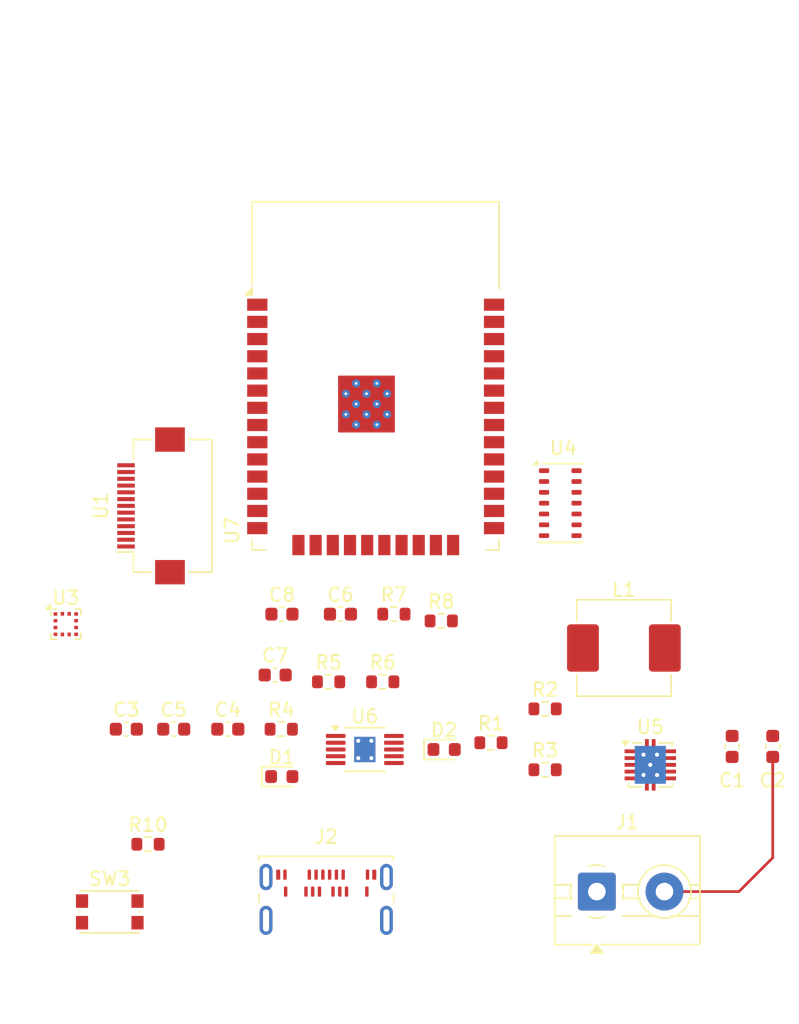
<source format=kicad_pcb>
(kicad_pcb (version 20241229) (generator "pcbnew") (generator_version "9.0")
  (layers (0 "F.Cu" signal) (2 "B.Cu" signal) (13 "F.Paste" user) (15 "B.Paste" user) (5 "F.SilkS" user "F.Silkscreen") (7 "B.SilkS" user "B.Silkscreen") (1 "F.Mask" user) (3 "B.Mask" user) (25 "Edge.Cuts" user))
  (net 0 "")
  (net 1 "V_BAIT")
  (net 2 "GNDD")
  (net 3 "Net-(U5-SS)")
  (net 4 "3.3V_OUT")
  (net 5 "Net-(U6-IN)")
  (net 6 "Net-(D1-A)")
  (net 7 "Net-(D1-K)")
  (net 8 "Net-(D2-A)")
  (net 18 "Net-(L1-Pad2)")
  (net 19 "Net-(U5-FB)")
  (net 20 "Net-(U5-PG)")
  (net 21 "Net-(U6-ISET)")
  (net 22 "Net-(U6-PRETERM)")
  (net 23 "Net-(U6-OUT)")
  (net 24 "TS")
  (net 25 "Net-(U7-EN)")
  (net 26 "+3V3")
  (net 27 "SCL")
  (net 29 "SDA")
  (net 30 "3V3")
  (net 32 "Net-(U4-VLED+-Pad10)")
  (net 42 "D6")
  (net 54 "RX")
  (net 62 "RST")
  (net 64 "SCK")
  (net 65 "MOSI")
  (net 66 "TP_INT")
  (net 67 "TP_RST")
  (net 68 "LCD_CS")
  (net 69 "LCD_BL")
  (net 70 "MISO")
  (net 71 "LCD_DC")
  (net 72 "LCD_RST")
  (footprint "Capacitor_SMD:C_0603_1608Metric" (layer "F.Cu") (at 105.725 122)
    (property "Reference" "C5" (at 0 -1.43 0) (layer "F.SilkS"))
    (property "Value" "22uF")
    (fp_line (start -0.14058 -0.51) (end 0.14058 -0.51) (stroke (width 0.12)) (layer "F.SilkS"))
    (fp_line (start -0.14058 0.51) (end 0.14058 0.51) (stroke (width 0.12)) (layer "F.SilkS"))
    (pad "1" smd roundrect (at -0.775 0) (size 0.9 0.95) (layers "F.Cu" "F.Mask" "F.Paste") (net 4 "3.3V_OUT"))
    (pad "2" smd roundrect (at 0.775 0) (size 0.9 0.95) (layers "F.Cu" "F.Mask" "F.Paste") (net 2 "GNDD"))
  )
  (footprint "Capacitor_SMD:C_0603_1608Metric" (layer "F.Cu") (at 102.225 122)
    (property "Reference" "C3" (at 0 -1.43 0) (layer "F.SilkS"))
    (property "Value" "22uF")
    (fp_line (start -0.14058 -0.51) (end 0.14058 -0.51) (stroke (width 0.12)) (layer "F.SilkS"))
    (fp_line (start -0.14058 0.51) (end 0.14058 0.51) (stroke (width 0.12)) (layer "F.SilkS"))
    (pad "1" smd roundrect (at -0.775 0) (size 0.9 0.95) (layers "F.Cu" "F.Mask" "F.Paste") (net 4 "3.3V_OUT"))
    (pad "2" smd roundrect (at 0.775 0) (size 0.9 0.95) (layers "F.Cu" "F.Mask" "F.Paste") (net 2 "GNDD"))
  )
  (footprint "Package_SON:Texas_S-PVSON-N10_ThermalVias" (layer "F.Cu") (at 140.95 124.635)
    (property "Reference" "U5" (at 0 -2.8 0) (layer "F.SilkS"))
    (property "Value" "TPS61230DRC")
    (fp_line (start -1.625 1.625) (end -1.625 1.4) (stroke (width 0.12)) (layer "F.SilkS"))
    (fp_line (start -1.625 1.625) (end -0.65 1.625) (stroke (width 0.12)) (layer "F.SilkS"))
    (fp_line (start -1.32 -1.625) (end -0.65 -1.625) (stroke (width 0.12)) (layer "F.SilkS"))
    (fp_line (start 0.65 -1.625) (end 1.625 -1.625) (stroke (width 0.12)) (layer "F.SilkS"))
    (fp_line (start 0.65 1.625) (end 1.625 1.625) (stroke (width 0.12)) (layer "F.SilkS"))
    (fp_line (start 1.625 -1.4) (end 1.625 -1.625) (stroke (width 0.12)) (layer "F.SilkS"))
    (fp_line (start 1.625 1.4) (end 1.625 1.625) (stroke (width 0.12)) (layer "F.SilkS"))
    (fp_poly (pts (xy -1.84 -1.42) (xy -2.08 -1.75) (xy -1.6 -1.75) (xy -1.84 -1.42)) (stroke (width 0.12)) (fill yes) (layer "F.SilkS"))
    (pad "1" smd rect (at -1.76 -1) (size 0.28 0.28) (layers "F.Cu" "F.Mask" "F.Paste") (net 18 "Net-(L1-Pad2)"))
    (pad "1" smd oval (at -1.475 -1) (size 0.85 0.28) (layers "F.Cu" "F.Mask" "F.Paste") (net 18 "Net-(L1-Pad2)"))
    (pad "2" smd rect (at -1.76 -0.5) (size 0.28 0.28) (layers "F.Cu" "F.Mask" "F.Paste") (net 18 "Net-(L1-Pad2)"))
    (pad "2" smd oval (at -1.475 -0.5) (size 0.85 0.28) (layers "F.Cu" "F.Mask" "F.Paste") (net 18 "Net-(L1-Pad2)"))
    (pad "3" smd rect (at -1.76 0) (size 0.28 0.28) (layers "F.Cu" "F.Mask" "F.Paste") (net 4 "3.3V_OUT"))
    (pad "3" smd oval (at -1.475 0) (size 0.85 0.28) (layers "F.Cu" "F.Mask" "F.Paste") (net 4 "3.3V_OUT"))
    (pad "4" smd rect (at -1.76 0.5) (size 0.28 0.28) (layers "F.Cu" "F.Mask" "F.Paste") (net 4 "3.3V_OUT"))
    (pad "4" smd oval (at -1.475 0.5) (size 0.85 0.28) (layers "F.Cu" "F.Mask" "F.Paste") (net 4 "3.3V_OUT"))
    (pad "5" smd rect (at -1.76 1) (size 0.28 0.28) (layers "F.Cu" "F.Mask" "F.Paste") (net 20 "Net-(U5-PG)"))
    (pad "5" smd oval (at -1.475 1) (size 0.85 0.28) (layers "F.Cu" "F.Mask" "F.Paste") (net 20 "Net-(U5-PG)"))
    (pad "6" smd oval (at 1.475 1) (size 0.85 0.28) (layers "F.Cu" "F.Mask" "F.Paste") (net 3 "Net-(U5-SS)"))
    (pad "6" smd rect (at 1.76 1) (size 0.28 0.28) (layers "F.Cu" "F.Mask" "F.Paste") (net 3 "Net-(U5-SS)"))
    (pad "7" smd oval (at 1.475 0.5) (size 0.85 0.28) (layers "F.Cu" "F.Mask" "F.Paste") (net 19 "Net-(U5-FB)"))
    (pad "7" smd rect (at 1.76 0.5) (size 0.28 0.28) (layers "F.Cu" "F.Mask" "F.Paste") (net 19 "Net-(U5-FB)"))
    (pad "8" smd oval (at 1.475 0) (size 0.85 0.28) (layers "F.Cu" "F.Mask" "F.Paste"))
    (pad "8" smd rect (at 1.76 0) (size 0.28 0.28) (layers "F.Cu" "F.Mask" "F.Paste"))
    (pad "9" smd oval (at 1.475 -0.5) (size 0.85 0.28) (layers "F.Cu" "F.Mask" "F.Paste") (net 1 "V_BAIT"))
    (pad "9" smd rect (at 1.76 -0.5) (size 0.28 0.28) (layers "F.Cu" "F.Mask" "F.Paste") (net 1 "V_BAIT"))
    (pad "10" smd oval (at 1.475 -1) (size 0.85 0.28) (layers "F.Cu" "F.Mask" "F.Paste") (net 1 "V_BAIT"))
    (pad "10" smd rect (at 1.76 -1) (size 0.28 0.28) (layers "F.Cu" "F.Mask" "F.Paste") (net 1 "V_BAIT"))
    (pad "11" thru_hole circle (at -0.5 -0.75) (size 0.6 0.6) (drill 0.3) (layers "*.Cu" "*.Mask") (net 2 "GNDD"))
    (pad "11" thru_hole circle (at -0.5 0.75) (size 0.6 0.6) (drill 0.3) (layers "*.Cu" "*.Mask") (net 2 "GNDD"))
    (pad "11" smd rect (at -0.45 -0.635) (size 0.68 1.05) (layers "F.Cu" "F.Mask" "F.Paste") (net 2 "GNDD"))
    (pad "11" smd rect (at -0.45 0.635) (size 0.68 1.05) (layers "F.Cu" "F.Mask" "F.Paste") (net 2 "GNDD"))
    (pad "11" smd rect (at -0.25 -1.63) (size 0.26 0.5) (layers "F.Cu" "F.Mask" "F.Paste") (net 2 "GNDD"))
    (pad "11" smd rect (at -0.25 -1.55) (size 0.28 0.7) (layers "F.Cu" "F.Mask") (net 2 "GNDD"))
    (pad "11" smd rect (at -0.25 1.55) (size 0.28 0.7) (layers "F.Cu" "F.Mask") (net 2 "GNDD"))
    (pad "11" smd rect (at -0.25 1.63) (size 0.26 0.5) (layers "F.Cu" "F.Mask" "F.Paste") (net 2 "GNDD"))
    (pad "11" thru_hole circle (at 0 0) (size 0.6 0.6) (drill 0.3) (layers "*.Cu" "*.Mask") (net 2 "GNDD"))
    (pad "11" smd rect (at 0 0) (size 1.65 2.4) (layers "F.Cu" "F.Mask") (net 2 "GNDD"))
    (pad "11" smd rect (at 0 0) (size 2.3 2.8) (layers "B.Cu") (net 2 "GNDD"))
    (pad "11" smd rect (at 0.25 -1.63) (size 0.26 0.5) (layers "F.Cu" "F.Mask" "F.Paste") (net 2 "GNDD"))
    (pad "11" smd rect (at 0.25 -1.55) (size 0.28 0.7) (layers "F.Cu" "F.Mask") (net 2 "GNDD"))
    (pad "11" smd rect (at 0.25 1.55) (size 0.28 0.7) (layers "F.Cu" "F.Mask") (net 2 "GNDD"))
    (pad "11" smd rect (at 0.25 1.63) (size 0.26 0.5) (layers "F.Cu" "F.Mask" "F.Paste") (net 2 "GNDD"))
    (pad "11" smd rect (at 0.45 -0.635) (size 0.68 1.05) (layers "F.Cu" "F.Mask" "F.Paste") (net 2 "GNDD"))
    (pad "11" smd rect (at 0.45 0.635) (size 0.68 1.05) (layers "F.Cu" "F.Mask" "F.Paste") (net 2 "GNDD"))
    (pad "11" thru_hole circle (at 0.5 -0.75) (size 0.6 0.6) (drill 0.3) (layers "*.Cu" "*.Mask") (net 2 "GNDD"))
    (pad "11" thru_hole circle (at 0.5 0.75) (size 0.6 0.6) (drill 0.3) (layers "*.Cu" "*.Mask") (net 2 "GNDD"))
  )
  (footprint "OptoDevice:Maxim_OLGA-14_3.3x5.6mm_P0.8mm" (layer "F.Cu") (at 134.3 105.3)
    (property "Reference" "U4" (at 0.22 -4.07 0) (layer "F.SilkS"))
    (property "Value" "MAX30102")
    (fp_line (start -1.25 -2.92) (end 1.64 -2.92) (stroke (width 0.12)) (layer "F.SilkS"))
    (fp_line (start 1.66 2.9) (end -1.65 2.9) (stroke (width 0.12)) (layer "F.SilkS"))
    (fp_poly (pts (xy -1.69 -2.85) (xy -1.97 -2.85) (xy -1.69 -3.13) (xy -1.69 -2.85)) (stroke (width 0.12)) (fill yes) (layer "F.SilkS"))
    (pad "1" smd roundrect (at -1.2 -2.4) (size 0.75 0.35) (layers "F.Cu" "F.Mask" "F.Paste"))
    (pad "2" smd roundrect (at -1.2 -1.6) (size 0.75 0.35) (layers "F.Cu" "F.Mask" "F.Paste") (net 27 "SCL"))
    (pad "3" smd roundrect (at -1.2 -0.8) (size 0.75 0.35) (layers "F.Cu" "F.Mask" "F.Paste") (net 29 "SDA"))
    (pad "4" smd roundrect (at -1.2 0) (size 0.75 0.35) (layers "F.Cu" "F.Mask" "F.Paste"))
    (pad "5" smd roundrect (at -1.2 0.8) (size 0.75 0.35) (layers "F.Cu" "F.Mask" "F.Paste"))
    (pad "6" smd roundrect (at -1.2 1.6) (size 0.75 0.35) (layers "F.Cu" "F.Mask" "F.Paste"))
    (pad "7" smd roundrect (at -1.2 2.4) (size 0.75 0.35) (layers "F.Cu" "F.Mask" "F.Paste"))
    (pad "8" smd roundrect (at 1.2 2.4) (size 0.75 0.35) (layers "F.Cu" "F.Mask" "F.Paste"))
    (pad "9" smd roundrect (at 1.2 1.6) (size 0.75 0.35) (layers "F.Cu" "F.Mask" "F.Paste") (net 32 "Net-(U4-VLED+-Pad10)"))
    (pad "10" smd roundrect (at 1.2 0.8) (size 0.75 0.35) (layers "F.Cu" "F.Mask" "F.Paste") (net 32 "Net-(U4-VLED+-Pad10)"))
    (pad "11" smd roundrect (at 1.2 0) (size 0.75 0.35) (layers "F.Cu" "F.Mask" "F.Paste") (net 30 "3V3"))
    (pad "12" smd roundrect (at 1.2 -0.8) (size 0.75 0.35) (layers "F.Cu" "F.Mask" "F.Paste") (net 2 "GNDD"))
    (pad "13" smd roundrect (at 1.2 -1.6) (size 0.75 0.35) (layers "F.Cu" "F.Mask" "F.Paste"))
    (pad "14" smd roundrect (at 1.2 -2.4) (size 0.75 0.35) (layers "F.Cu" "F.Mask" "F.Paste"))
  )
  (footprint "Resistor_SMD:R_0603_1608Metric" (layer "F.Cu") (at 117.175 118.5)
    (property "Reference" "R5" (at 0 -1.43 0) (layer "F.SilkS"))
    (property "Value" "2k")
    (fp_line (start -0.237258 -0.5225) (end 0.237258 -0.5225) (stroke (width 0.12)) (layer "F.SilkS"))
    (fp_line (start -0.237258 0.5225) (end 0.237258 0.5225) (stroke (width 0.12)) (layer "F.SilkS"))
    (pad "1" smd roundrect (at -0.825 0) (size 0.8 0.95) (layers "F.Cu" "F.Mask" "F.Paste") (net 22 "Net-(U6-PRETERM)"))
    (pad "2" smd roundrect (at 0.825 0) (size 0.8 0.95) (layers "F.Cu" "F.Mask" "F.Paste") (net 2 "GNDD"))
  )
  (footprint "LED_SMD:LED_0603_1608Metric" (layer "F.Cu") (at 125.7125 123.5)
    (property "Reference" "D2" (at 0 -1.43 0) (layer "F.SilkS"))
    (property "Value" "LED")
    (fp_line (start -1.485 -0.735) (end -1.485 0.735) (stroke (width 0.12)) (layer "F.SilkS"))
    (fp_line (start -1.485 0.735) (end 0.8 0.735) (stroke (width 0.12)) (layer "F.SilkS"))
    (fp_line (start 0.8 -0.735) (end -1.485 -0.735) (stroke (width 0.12)) (layer "F.SilkS"))
    (pad "1" smd roundrect (at -0.7875 0) (size 0.875 0.95) (layers "F.Cu" "F.Mask" "F.Paste") (net 1 "V_BAIT"))
    (pad "2" smd roundrect (at 0.7875 0) (size 0.875 0.95) (layers "F.Cu" "F.Mask" "F.Paste") (net 8 "Net-(D2-A)"))
  )
  (footprint "Capacitor_SMD:C_0603_1608Metric" (layer "F.Cu") (at 113.725 113.5)
    (property "Reference" "C8" (at 0 -1.43 0) (layer "F.SilkS"))
    (property "Value" "100nF")
    (fp_line (start -0.14058 -0.51) (end 0.14058 -0.51) (stroke (width 0.12)) (layer "F.SilkS"))
    (fp_line (start -0.14058 0.51) (end 0.14058 0.51) (stroke (width 0.12)) (layer "F.SilkS"))
    (pad "1" smd roundrect (at -0.775 0) (size 0.9 0.95) (layers "F.Cu" "F.Mask" "F.Paste") (net 4 "3.3V_OUT"))
    (pad "2" smd roundrect (at 0.775 0) (size 0.9 0.95) (layers "F.Cu" "F.Mask" "F.Paste") (net 2 "GNDD"))
  )
  (footprint "Resistor_SMD:R_0603_1608Metric" (layer "F.Cu") (at 122 113.5)
    (property "Reference" "R7" (at 0 -1.43 0) (layer "F.SilkS"))
    (property "Value" "10k")
    (fp_line (start -0.237258 -0.5225) (end 0.237258 -0.5225) (stroke (width 0.12)) (layer "F.SilkS"))
    (fp_line (start -0.237258 0.5225) (end 0.237258 0.5225) (stroke (width 0.12)) (layer "F.SilkS"))
    (pad "1" smd roundrect (at -0.825 0) (size 0.8 0.95) (layers "F.Cu" "F.Mask" "F.Paste") (net 24 "TS"))
    (pad "2" smd roundrect (at 0.825 0) (size 0.8 0.95) (layers "F.Cu" "F.Mask" "F.Paste") (net 2 "GNDD"))
  )
  (footprint "Resistor_SMD:R_0603_1608Metric" (layer "F.Cu") (at 121.175 118.5)
    (property "Reference" "R6" (at 0 -1.43 0) (layer "F.SilkS"))
    (property "Value" "1.5k")
    (fp_line (start -0.237258 -0.5225) (end 0.237258 -0.5225) (stroke (width 0.12)) (layer "F.SilkS"))
    (fp_line (start -0.237258 0.5225) (end 0.237258 0.5225) (stroke (width 0.12)) (layer "F.SilkS"))
    (pad "1" smd roundrect (at -0.825 0) (size 0.8 0.95) (layers "F.Cu" "F.Mask" "F.Paste") (net 6 "Net-(D1-A)"))
    (pad "2" smd roundrect (at 0.825 0) (size 0.8 0.95) (layers "F.Cu" "F.Mask" "F.Paste") (net 23 "Net-(U6-OUT)"))
  )
  (footprint "LED_SMD:LED_0603_1608Metric" (layer "F.Cu") (at 113.7125 125.5)
    (property "Reference" "D1" (at 0 -1.43 0) (layer "F.SilkS"))
    (property "Value" "LED")
    (fp_line (start -1.485 -0.735) (end -1.485 0.735) (stroke (width 0.12)) (layer "F.SilkS"))
    (fp_line (start -1.485 0.735) (end 0.8 0.735) (stroke (width 0.12)) (layer "F.SilkS"))
    (fp_line (start 0.8 -0.735) (end -1.485 -0.735) (stroke (width 0.12)) (layer "F.SilkS"))
    (pad "1" smd roundrect (at -0.7875 0) (size 0.875 0.95) (layers "F.Cu" "F.Mask" "F.Paste") (net 7 "Net-(D1-K)"))
    (pad "2" smd roundrect (at 0.7875 0) (size 0.875 0.95) (layers "F.Cu" "F.Mask" "F.Paste") (net 6 "Net-(D1-A)"))
  )
  (footprint "Resistor_SMD:R_0603_1608Metric" (layer "F.Cu") (at 125.5 114)
    (property "Reference" "R8" (at 0 -1.43 0) (layer "F.SilkS"))
    (property "Value" "1.5k")
    (fp_line (start -0.237258 -0.5225) (end 0.237258 -0.5225) (stroke (width 0.12)) (layer "F.SilkS"))
    (fp_line (start -0.237258 0.5225) (end 0.237258 0.5225) (stroke (width 0.12)) (layer "F.SilkS"))
    (pad "1" smd roundrect (at -0.825 0) (size 0.8 0.95) (layers "F.Cu" "F.Mask" "F.Paste") (net 8 "Net-(D2-A)"))
    (pad "2" smd roundrect (at 0.825 0) (size 0.8 0.95) (layers "F.Cu" "F.Mask" "F.Paste") (net 23 "Net-(U6-OUT)"))
  )
  (footprint "Resistor_SMD:R_0603_1608Metric" (layer "F.Cu") (at 133.175 125)
    (property "Reference" "R3" (at 0 -1.43 0) (layer "F.SilkS"))
    (property "Value" "1.0Meg")
    (fp_line (start -0.237258 -0.5225) (end 0.237258 -0.5225) (stroke (width 0.12)) (layer "F.SilkS"))
    (fp_line (start -0.237258 0.5225) (end 0.237258 0.5225) (stroke (width 0.12)) (layer "F.SilkS"))
    (pad "1" smd roundrect (at -0.825 0) (size 0.8 0.95) (layers "F.Cu" "F.Mask" "F.Paste") (net 20 "Net-(U5-PG)"))
    (pad "2" smd roundrect (at 0.825 0) (size 0.8 0.95) (layers "F.Cu" "F.Mask" "F.Paste") (net 4 "3.3V_OUT"))
  )
  (footprint "Resistor_SMD:R_0603_1608Metric" (layer "F.Cu") (at 133.175 120.5)
    (property "Reference" "R2" (at 0 -1.43 0) (layer "F.SilkS"))
    (property "Value" "100k")
    (fp_line (start -0.237258 -0.5225) (end 0.237258 -0.5225) (stroke (width 0.12)) (layer "F.SilkS"))
    (fp_line (start -0.237258 0.5225) (end 0.237258 0.5225) (stroke (width 0.12)) (layer "F.SilkS"))
    (pad "1" smd roundrect (at -0.825 0) (size 0.8 0.95) (layers "F.Cu" "F.Mask" "F.Paste") (net 19 "Net-(U5-FB)"))
    (pad "2" smd roundrect (at 0.825 0) (size 0.8 0.95) (layers "F.Cu" "F.Mask" "F.Paste") (net 2 "GNDD"))
  )
  (footprint "Package_SO:HVSSOP-10-1EP_3x3mm_P0.5mm_EP1.57x1.88mm_ThermalVias" (layer "F.Cu") (at 119.85 123.5)
    (property "Reference" "U6" (at 0 -2.45 0) (layer "F.SilkS"))
    (property "Value" "BQ24090DGQ")
    (fp_line (start 0 -1.61) (end -1.5 -1.61) (stroke (width 0.12)) (layer "F.SilkS"))
    (fp_line (start 0 -1.61) (end 1.5 -1.61) (stroke (width 0.12)) (layer "F.SilkS"))
    (fp_line (start 0 1.61) (end -1.5 1.61) (stroke (width 0.12)) (layer "F.SilkS"))
    (fp_line (start 0 1.61) (end 1.5 1.61) (stroke (width 0.12)) (layer "F.SilkS"))
    (fp_poly (pts (xy -2.1875 -1.41) (xy -2.4275 -1.74) (xy -1.9475 -1.74) (xy -2.1875 -1.41)) (stroke (width 0.12)) (fill yes) (layer "F.SilkS"))
    (pad "1" smd roundrect (at -2.15 -1) (size 1.45 0.3) (layers "F.Cu" "F.Mask" "F.Paste") (net 5 "Net-(U6-IN)"))
    (pad "2" smd roundrect (at -2.15 -0.5) (size 1.45 0.3) (layers "F.Cu" "F.Mask" "F.Paste") (net 21 "Net-(U6-ISET)"))
    (pad "3" smd roundrect (at -2.15 0) (size 1.45 0.3) (layers "F.Cu" "F.Mask" "F.Paste") (net 2 "GNDD"))
    (pad "4" smd roundrect (at -2.15 0.5) (size 1.45 0.3) (layers "F.Cu" "F.Mask" "F.Paste") (net 22 "Net-(U6-PRETERM)"))
    (pad "5" smd roundrect (at -2.15 1) (size 1.45 0.3) (layers "F.Cu" "F.Mask" "F.Paste") (net 7 "Net-(D1-K)"))
    (pad "6" smd roundrect (at 2.15 1) (size 1.45 0.3) (layers "F.Cu" "F.Mask" "F.Paste"))
    (pad "7" smd roundrect (at 2.15 0.5) (size 1.45 0.3) (layers "F.Cu" "F.Mask" "F.Paste") (net 42 "D6"))
    (pad "8" smd roundrect (at 2.15 0) (size 1.45 0.3) (layers "F.Cu" "F.Mask" "F.Paste") (net 1 "V_BAIT"))
    (pad "9" smd roundrect (at 2.15 -0.5) (size 1.45 0.3) (layers "F.Cu" "F.Mask" "F.Paste") (net 24 "TS"))
    (pad "10" smd roundrect (at 2.15 -1) (size 1.45 0.3) (layers "F.Cu" "F.Mask" "F.Paste") (net 23 "Net-(U6-OUT)"))
    (pad "11" thru_hole circle (at -0.485 -0.64) (size 0.6 0.6) (drill 0.3) (property pad_prop_heatsink) (layers "*.Cu") (net 2 "GNDD"))
    (pad "11" thru_hole circle (at -0.485 0.64) (size 0.6 0.6) (drill 0.3) (property pad_prop_heatsink) (layers "*.Cu") (net 2 "GNDD"))
    (pad "11" smd rect (at 0 0) (size 1.57 1.88) (property pad_prop_heatsink) (layers "F.Cu" "F.Mask") (net 2 "GNDD"))
    (pad "11" smd rect (at 0 0) (size 1.57 1.88) (property pad_prop_heatsink) (layers "B.Cu") (net 2 "GNDD"))
    (pad "11" thru_hole circle (at 0.485 -0.64) (size 0.6 0.6) (drill 0.3) (property pad_prop_heatsink) (layers "*.Cu") (net 2 "GNDD"))
    (pad "11" thru_hole circle (at 0.485 0.64) (size 0.6 0.6) (drill 0.3) (property pad_prop_heatsink) (layers "*.Cu") (net 2 "GNDD"))
  )
  (footprint "Capacitor_SMD:C_0603_1608Metric" (layer "F.Cu") (at 150 123.275 -90)
    (property "Reference" "C2" (at 2.5 0 180) (layer "F.SilkS"))
    (property "Value" "10nF")
    (fp_line (start -0.14058 0.51) (end 0.14058 0.51) (stroke (width 0.12)) (layer "F.SilkS"))
    (fp_line (start -0.14058 -0.51) (end 0.14058 -0.51) (stroke (width 0.12)) (layer "F.SilkS"))
    (pad "1" smd roundrect (at -0.775 0 270) (size 0.9 0.95) (layers "F.Cu" "F.Mask" "F.Paste") (net 3 "Net-(U5-SS)"))
    (pad "2" smd roundrect (at 0.775 0 270) (size 0.9 0.95) (layers "F.Cu" "F.Mask" "F.Paste") (net 2 "GNDD"))
  )
  (footprint "Button_Switch_SMD:SW_Push_1P1T_NO_CK_KMR2" (layer "F.Cu") (at 101 135.5)
    (property "Reference" "SW3" (at 0 -2.45 0) (layer "F.SilkS"))
    (property "Value" "SW_Push")
    (fp_line (start -2.2 0.05) (end -2.2 -0.05) (stroke (width 0.12)) (layer "F.SilkS"))
    (fp_line (start -2.2 1.55) (end 2.2 1.55) (stroke (width 0.12)) (layer "F.SilkS"))
    (fp_line (start 2.2 -1.55) (end -2.2 -1.55) (stroke (width 0.12)) (layer "F.SilkS"))
    (fp_line (start 2.2 0.05) (end 2.2 -0.05) (stroke (width 0.12)) (layer "F.SilkS"))
    (pad "1" smd rect (at -2.05 -0.8) (size 0.9 1) (layers "F.Cu" "F.Mask" "F.Paste") (net 26 "+3V3"))
    (pad "1" smd rect (at 2.05 -0.8) (size 0.9 1) (layers "F.Cu" "F.Mask" "F.Paste") (net 26 "+3V3"))
    (pad "2" smd rect (at -2.05 0.8) (size 0.9 1) (layers "F.Cu" "F.Mask" "F.Paste") (net 25 "Net-(U7-EN)"))
    (pad "2" smd rect (at 2.05 0.8) (size 0.9 1) (layers "F.Cu" "F.Mask" "F.Paste") (net 25 "Net-(U7-EN)"))
  )
  (footprint "TerminalBlock:TerminalBlock_MaiXu_MX126-5.0-02P_1x02_P5.00mm" (layer "F.Cu") (at 137 134)
    (property "Reference" "J1" (at 2.25 -5.12 0) (layer "F.SilkS"))
    (property "Value" "Conn_01x02_Pin")
    (fp_line (start -3.12 -4.12) (end -3.12 3.92) (stroke (width 0.12)) (layer "F.SilkS"))
    (fp_line (start -3.12 -4.12) (end 7.62 -4.12) (stroke (width 0.12)) (layer "F.SilkS"))
    (fp_line (start -3.12 -0.5) (end -1.88 -0.5) (stroke (width 0.12)) (layer "F.SilkS"))
    (fp_line (start -3.12 0.5) (end -1.88 0.5) (stroke (width 0.12)) (layer "F.SilkS"))
    (fp_line (start -3.12 1.8) (end -1.88 1.8) (stroke (width 0.12)) (layer "F.SilkS"))
    (fp_line (start -3.12 3.92) (end -0.3 3.92) (stroke (width 0.12)) (layer "F.SilkS"))
    (fp_line (start 0.3 3.92) (end 7.62 3.92) (stroke (width 0.12)) (layer "F.SilkS"))
    (fp_line (start 1.88 -0.5) (end 3.188 -0.5) (stroke (width 0.12)) (layer "F.SilkS"))
    (fp_line (start 1.88 0.5) (end 3.188 0.5) (stroke (width 0.12)) (layer "F.SilkS"))
    (fp_line (start 1.88 1.8) (end 4.457 1.8) (stroke (width 0.12)) (layer "F.SilkS"))
    (fp_line (start 3.556 1.204) (end 3.513 1.247) (stroke (width 0.12)) (layer "F.SilkS"))
    (fp_line (start 3.795 1.443) (end 3.752 1.486) (stroke (width 0.12)) (layer "F.SilkS"))
    (fp_line (start 5.543 1.8) (end 7.62 1.8) (stroke (width 0.12)) (layer "F.SilkS"))
    (fp_line (start 6.247 -1.486) (end 6.204 -1.443) (stroke (width 0.12)) (layer "F.SilkS"))
    (fp_line (start 6.487 -1.247) (end 6.444 -1.204) (stroke (width 0.12)) (layer "F.SilkS"))
    (fp_line (start 6.812 -0.5) (end 7.62 -0.5) (stroke (width 0.12)) (layer "F.SilkS"))
    (fp_line (start 6.812 0.5) (end 7.62 0.5) (stroke (width 0.12)) (layer "F.SilkS"))
    (fp_line (start 7.62 -4.12) (end 7.62 3.92) (stroke (width 0.12)) (layer "F.SilkS"))
    (fp_arc (start -1.88 0.554) (mid -1.959928 -0.000246) (end -1.879861 -0.554472) (stroke (width 0.12)) (layer "F.SilkS"))
    (fp_arc (start -0.554 -1.88) (mid 0.000246 -1.959928) (end 0.554472 -1.879861) (stroke (width 0.12)) (layer "F.SilkS"))
    (fp_arc (start 0.554 1.88) (mid -0.000246 1.959928) (end -0.554472 1.879861) (stroke (width 0.12)) (layer "F.SilkS"))
    (fp_arc (start 1.88 -0.554) (mid 1.959928 0.000246) (end 1.879861 0.554472) (stroke (width 0.12)) (layer "F.SilkS"))
    (fp_circle (center 5 0) (end 6.96 0) (stroke (width 0.12)) (fill no) (layer "F.SilkS"))
    (fp_poly (pts (xy 0 3.92) (xy 0.44 4.53) (xy -0.44 4.53) (xy 0 3.92)) (stroke (width 0.12)) (fill yes) (layer "F.SilkS"))
    (pad "1" thru_hole roundrect (at 0 0) (size 2.8 2.8) (drill 1.3) (layers "*.Cu" "*.Mask") (roundrect_rratio 0.089286) (net 1 "V_BAIT"))
    (pad "2" thru_hole circle (at 5 0) (size 2.8 2.8) (drill 1.3) (layers "*.Cu" "*.Mask") (net 2 "GNDD"))
  )
  (footprint "Resistor_SMD:R_0603_1608Metric" (layer "F.Cu") (at 103.825 130.5)
    (property "Reference" "R10" (at 0 -1.43 0) (layer "F.SilkS"))
    (property "Value" "10k")
    (fp_line (start -0.237258 -0.5225) (end 0.237258 -0.5225) (stroke (width 0.12)) (layer "F.SilkS"))
    (fp_line (start -0.237258 0.5225) (end 0.237258 0.5225) (stroke (width 0.12)) (layer "F.SilkS"))
    (pad "1" smd roundrect (at -0.825 0) (size 0.8 0.95) (layers "F.Cu" "F.Mask" "F.Paste") (net 25 "Net-(U7-EN)"))
    (pad "2" smd roundrect (at 0.825 0) (size 0.8 0.95) (layers "F.Cu" "F.Mask" "F.Paste") (net 2 "GNDD"))
  )
  (footprint "Capacitor_SMD:C_0603_1608Metric" (layer "F.Cu") (at 113.225 118)
    (property "Reference" "C7" (at 0 -1.43 0) (layer "F.SilkS"))
    (property "Value" "1uF")
    (fp_line (start -0.14058 -0.51) (end 0.14058 -0.51) (stroke (width 0.12)) (layer "F.SilkS"))
    (fp_line (start -0.14058 0.51) (end 0.14058 0.51) (stroke (width 0.12)) (layer "F.SilkS"))
    (pad "1" smd roundrect (at -0.775 0) (size 0.9 0.95) (layers "F.Cu" "F.Mask" "F.Paste") (net 1 "V_BAIT"))
    (pad "2" smd roundrect (at 0.775 0) (size 0.9 0.95) (layers "F.Cu" "F.Mask" "F.Paste") (net 2 "GNDD"))
  )
  (footprint "Package_LGA:Kionix_LGA-12_2x2mm_P0.5mm_LayoutBorder2x4y" (layer "F.Cu") (at 97.75 114.2375)
    (property "Reference" "U3" (at 0 -1.95 0) (layer "F.SilkS"))
    (property "Value" "KXTJ3-1057")
    (fp_line (start -1.11 -0.685) (end -1.11 -0.91) (stroke (width 0.12)) (layer "F.SilkS"))
    (fp_line (start -1.11 0.685) (end -1.11 1.11) (stroke (width 0.12)) (layer "F.SilkS"))
    (fp_line (start -0.685 -1.11) (end -0.91 -1.11) (stroke (width 0.12)) (layer "F.SilkS"))
    (fp_line (start -0.685 1.11) (end -1.11 1.11) (stroke (width 0.12)) (layer "F.SilkS"))
    (fp_line (start 0.685 -1.11) (end 1.11 -1.11) (stroke (width 0.12)) (layer "F.SilkS"))
    (fp_line (start 0.685 1.11) (end 1.11 1.11) (stroke (width 0.12)) (layer "F.SilkS"))
    (fp_line (start 1.11 -0.685) (end 1.11 -1.11) (stroke (width 0.12)) (layer "F.SilkS"))
    (fp_line (start 1.11 1.11) (end 1.11 0.685) (stroke (width 0.12)) (layer "F.SilkS"))
    (fp_poly (pts (xy -1.11 -1.11) (xy -1.47 -1.11) (xy -1.11 -1.47) (xy -1.11 -1.11)) (stroke (width 0.12)) (fill yes) (layer "F.SilkS"))
    (pad "1" smd rect (at -0.7625 -0.75) (size 0.275 0.25) (layers "F.Cu" "F.Mask" "F.Paste") (net 2 "GNDD"))
    (pad "2" smd rect (at -0.7625 -0.25) (size 0.275 0.25) (layers "F.Cu" "F.Mask" "F.Paste") (net 29 "SDA"))
    (pad "3" smd rect (at -0.7625 0.25) (size 0.275 0.25) (layers "F.Cu" "F.Mask" "F.Paste") (net 26 "+3V3"))
    (pad "4" smd rect (at -0.7625 0.75) (size 0.275 0.25) (layers "F.Cu" "F.Mask" "F.Paste") (net 26 "+3V3"))
    (pad "5" smd rect (at -0.25 0.7625) (size 0.25 0.275) (layers "F.Cu" "F.Mask" "F.Paste"))
    (pad "6" smd rect (at 0.25 0.7625) (size 0.25 0.275) (layers "F.Cu" "F.Mask" "F.Paste") (net 2 "GNDD"))
    (pad "7" smd rect (at 0.7625 0.75) (size 0.275 0.25) (layers "F.Cu" "F.Mask" "F.Paste") (net 26 "+3V3"))
    (pad "8" smd rect (at 0.7625 0.25) (size 0.275 0.25) (layers "F.Cu" "F.Mask" "F.Paste") (net 2 "GNDD"))
    (pad "9" smd rect (at 0.7625 -0.25) (size 0.275 0.25) (layers "F.Cu" "F.Mask" "F.Paste") (net 2 "GNDD"))
    (pad "10" smd rect (at 0.7625 -0.75) (size 0.275 0.25) (layers "F.Cu" "F.Mask" "F.Paste") (net 26 "+3V3"))
    (pad "11" smd rect (at 0.25 -0.7625) (size 0.25 0.275) (layers "F.Cu" "F.Mask" "F.Paste") (net 26 "+3V3"))
    (pad "12" smd rect (at -0.25 -0.7625) (size 0.25 0.275) (layers "F.Cu" "F.Mask" "F.Paste") (net 27 "SCL"))
  )
  (footprint "Inductor_SMD:L_Changjiang_FXL0630" (layer "F.Cu") (at 139 116)
    (property "Reference" "L1" (at 0 -4.3 0) (layer "F.SilkS"))
    (property "Value" "1.0uH")
    (fp_line (start -3.485 -3.56) (end -3.485 -2.01) (stroke (width 0.12)) (layer "F.SilkS"))
    (fp_line (start -3.485 -3.56) (end 3.485 -3.56) (stroke (width 0.12)) (layer "F.SilkS"))
    (fp_line (start -3.485 3.56) (end -3.485 2.01) (stroke (width 0.12)) (layer "F.SilkS"))
    (fp_line (start -3.485 3.56) (end 3.485 3.56) (stroke (width 0.12)) (layer "F.SilkS"))
    (fp_line (start 3.485 -3.56) (end 3.485 -2.01) (stroke (width 0.12)) (layer "F.SilkS"))
    (fp_line (start 3.485 3.56) (end 3.485 2.01) (stroke (width 0.12)) (layer "F.SilkS"))
    (pad "1" smd roundrect (at -3.025 0) (size 2.35 3.5) (layers "F.Cu" "F.Mask" "F.Paste") (roundrect_rratio 0.106383) (net 1 "V_BAIT"))
    (pad "2" smd roundrect (at 3.025 0) (size 2.35 3.5) (layers "F.Cu" "F.Mask" "F.Paste") (roundrect_rratio 0.106383) (net 18 "Net-(L1-Pad2)"))
  )
  (footprint "Resistor_SMD:R_0603_1608Metric" (layer "F.Cu") (at 129.175 123)
    (property "Reference" "R1" (at 0 -1.43 0) (layer "F.SilkS"))
    (property "Value" "203k")
    (fp_line (start -0.237258 -0.5225) (end 0.237258 -0.5225) (stroke (width 0.12)) (layer "F.SilkS"))
    (fp_line (start -0.237258 0.5225) (end 0.237258 0.5225) (stroke (width 0.12)) (layer "F.SilkS"))
    (pad "1" smd roundrect (at -0.825 0) (size 0.8 0.95) (layers "F.Cu" "F.Mask" "F.Paste") (net 4 "3.3V_OUT"))
    (pad "2" smd roundrect (at 0.825 0) (size 0.8 0.95) (layers "F.Cu" "F.Mask" "F.Paste") (net 19 "Net-(U5-FB)"))
  )
  (footprint "Capacitor_SMD:C_0603_1608Metric" (layer "F.Cu") (at 109.725 122)
    (property "Reference" "C4" (at 0 -1.43 0) (layer "F.SilkS"))
    (property "Value" "22uF")
    (fp_line (start -0.14058 -0.51) (end 0.14058 -0.51) (stroke (width 0.12)) (layer "F.SilkS"))
    (fp_line (start -0.14058 0.51) (end 0.14058 0.51) (stroke (width 0.12)) (layer "F.SilkS"))
    (pad "1" smd roundrect (at -0.775 0) (size 0.9 0.95) (layers "F.Cu" "F.Mask" "F.Paste") (net 4 "3.3V_OUT"))
    (pad "2" smd roundrect (at 0.775 0) (size 0.9 0.95) (layers "F.Cu" "F.Mask" "F.Paste") (net 2 "GNDD"))
  )
  (footprint "Connector_FFC:Hirose_FH12-13S-0.5SH_1x13-1MP_P0.50mm_Horizontal" (layer "F.Cu") (at 104.05 105.5 90)
    (property "Reference" "U1" (at 0 -3.7 90) (layer "F.SilkS"))
    (property "Value" "~")
    (fp_line (start 4.9 -1.3) (end 4.9 0.04) (stroke (width 0.12)) (layer "F.SilkS"))
    (fp_line (start 3.41 -1.3) (end 4.9 -1.3) (stroke (width 0.12)) (layer "F.SilkS"))
    (fp_line (start -3.41 -1.3) (end -3.41 -2.5) (stroke (width 0.12)) (layer "F.SilkS"))
    (fp_line (start -3.41 -1.3) (end -4.9 -1.3) (stroke (width 0.12)) (layer "F.SilkS"))
    (fp_line (start -4.9 -1.3) (end -4.9 0.04) (stroke (width 0.12)) (layer "F.SilkS"))
    (fp_line (start -4.9 2.76) (end -4.9 4.5) (stroke (width 0.12)) (layer "F.SilkS"))
    (fp_line (start 4.9 4.5) (end 4.9 2.76) (stroke (width 0.12)) (layer "F.SilkS"))
    (fp_line (start -4.9 4.5) (end 4.9 4.5) (stroke (width 0.12)) (layer "F.SilkS"))
    (pad "1" smd rect (at -3 -1.85 90) (size 0.3 1.3) (layers "F.Cu" "F.Mask" "F.Paste") (net 4 "3.3V_OUT"))
    (pad "2" smd rect (at -2.5 -1.85 90) (size 0.3 1.3) (layers "F.Cu" "F.Mask" "F.Paste") (net 2 "GNDD"))
    (pad "3" smd rect (at -2 -1.85 90) (size 0.3 1.3) (layers "F.Cu" "F.Mask" "F.Paste") (net 70 "MISO"))
    (pad "4" smd rect (at -1.5 -1.85 90) (size 0.3 1.3) (layers "F.Cu" "F.Mask" "F.Paste") (net 65 "MOSI"))
    (pad "5" smd rect (at -1 -1.85 90) (size 0.3 1.3) (layers "F.Cu" "F.Mask" "F.Paste") (net 64 "SCK"))
    (pad "6" smd rect (at -0.5 -1.85 90) (size 0.3 1.3) (layers "F.Cu" "F.Mask" "F.Paste") (net 68 "LCD_CS"))
    (pad "7" smd rect (at 0 -1.85 90) (size 0.3 1.3) (layers "F.Cu" "F.Mask" "F.Paste") (net 71 "LCD_DC"))
    (pad "8" smd rect (at 0.5 -1.85 90) (size 0.3 1.3) (layers "F.Cu" "F.Mask" "F.Paste") (net 72 "LCD_RST"))
    (pad "9" smd rect (at 1 -1.85 90) (size 0.3 1.3) (layers "F.Cu" "F.Mask" "F.Paste") (net 69 "LCD_BL"))
    (pad "10" smd rect (at 1.5 -1.85 90) (size 0.3 1.3) (layers "F.Cu" "F.Mask" "F.Paste") (net 29 "SDA"))
    (pad "11" smd rect (at 2 -1.85 90) (size 0.3 1.3) (layers "F.Cu" "F.Mask" "F.Paste") (net 27 "SCL"))
    (pad "12" smd rect (at 2.5 -1.85 90) (size 0.3 1.3) (layers "F.Cu" "F.Mask" "F.Paste") (net 66 "TP_INT"))
    (pad "13" smd rect (at 3 -1.85 90) (size 0.3 1.3) (layers "F.Cu" "F.Mask" "F.Paste") (net 67 "TP_RST"))
    (pad "MP" smd rect (at -4.9 1.4 90) (size 1.8 2.2) (layers "F.Cu" "F.Mask" "F.Paste") (net 2 "GNDD"))
    (pad "MP" smd rect (at 4.9 1.4 90) (size 1.8 2.2) (layers "F.Cu" "F.Mask" "F.Paste") (net 2 "GNDD"))
  )
  (footprint "Capacitor_SMD:C_0603_1608Metric" (layer "F.Cu") (at 118.05 113.5)
    (property "Reference" "C6" (at 0 -1.43 0) (layer "F.SilkS"))
    (property "Value" "1uF")
    (fp_line (start -0.14058 -0.51) (end 0.14058 -0.51) (stroke (width 0.12)) (layer "F.SilkS"))
    (fp_line (start -0.14058 0.51) (end 0.14058 0.51) (stroke (width 0.12)) (layer "F.SilkS"))
    (pad "1" smd roundrect (at -0.775 0) (size 0.9 0.95) (layers "F.Cu" "F.Mask" "F.Paste") (net 5 "Net-(U6-IN)"))
    (pad "2" smd roundrect (at 0.775 0) (size 0.9 0.95) (layers "F.Cu" "F.Mask" "F.Paste") (net 2 "GNDD"))
  )
  (footprint "RF_Module:ESP32-WROOM-32" (layer "F.Cu") (at 120.655 98.885)
    (property "Reference" "U7" (at -10.61 8.43 90) (layer "F.SilkS"))
    (property "Value" "ESP32-WROOM-32")
    (fp_line (start -9.12 -15.86) (end -9.12 -9.7) (stroke (width 0.12)) (layer "F.SilkS"))
    (fp_line (start -9.12 -15.86) (end 9.12 -15.86) (stroke (width 0.12)) (layer "F.SilkS"))
    (fp_line (start -9.12 9.1) (end -9.12 9.88) (stroke (width 0.12)) (layer "F.SilkS"))
    (fp_line (start -9.12 9.88) (end -8.12 9.88) (stroke (width 0.12)) (layer "F.SilkS"))
    (fp_line (start 9.12 -15.86) (end 9.12 -9.445) (stroke (width 0.12)) (layer "F.SilkS"))
    (fp_line (start 9.12 9.1) (end 9.12 9.88) (stroke (width 0.12)) (layer "F.SilkS"))
    (fp_line (start 9.12 9.88) (end 8.12 9.88) (stroke (width 0.12)) (layer "F.SilkS"))
    (fp_poly (pts (xy -9.125 -8.975) (xy -9.625 -8.975) (xy -9.125 -9.475) (xy -9.125 -8.975)) (stroke (width 0.12)) (fill yes) (layer "F.SilkS"))
    (pad "1" smd rect (at -8.75 -8.25) (size 1.5 0.9) (layers "F.Cu" "F.Mask" "F.Paste") (net 2 "GNDD"))
    (pad "2" smd rect (at -8.75 -6.98) (size 1.5 0.9) (layers "F.Cu" "F.Mask" "F.Paste") (net 4 "3.3V_OUT"))
    (pad "3" smd rect (at -8.75 -5.71) (size 1.5 0.9) (layers "F.Cu" "F.Mask" "F.Paste") (net 25 "Net-(U7-EN)"))
    (pad "4" smd rect (at -8.75 -4.44) (size 1.5 0.9) (layers "F.Cu" "F.Mask" "F.Paste"))
    (pad "5" smd rect (at -8.75 -3.17) (size 1.5 0.9) (layers "F.Cu" "F.Mask" "F.Paste"))
    (pad "6" smd rect (at -8.75 -1.9) (size 1.5 0.9) (layers "F.Cu" "F.Mask" "F.Paste") (net 62 "RST"))
    (pad "7" smd rect (at -8.75 -0.63) (size 1.5 0.9) (layers "F.Cu" "F.Mask" "F.Paste"))
    (pad "8" smd rect (at -8.75 0.64) (size 1.5 0.9) (layers "F.Cu" "F.Mask" "F.Paste"))
    (pad "9" smd rect (at -8.75 1.91) (size 1.5 0.9) (layers "F.Cu" "F.Mask" "F.Paste") (net 42 "D6"))
    (pad "10" smd rect (at -8.75 3.18) (size 1.5 0.9) (layers "F.Cu" "F.Mask" "F.Paste"))
    (pad "11" smd rect (at -8.75 4.45) (size 1.5 0.9) (layers "F.Cu" "F.Mask" "F.Paste"))
    (pad "12" smd rect (at -8.75 5.72) (size 1.5 0.9) (layers "F.Cu" "F.Mask" "F.Paste"))
    (pad "13" smd rect (at -8.75 6.99) (size 1.5 0.9) (layers "F.Cu" "F.Mask" "F.Paste") (net 69 "LCD_BL"))
    (pad "14" smd rect (at -8.75 8.26) (size 1.5 0.9) (layers "F.Cu" "F.Mask" "F.Paste") (net 71 "LCD_DC"))
    (pad "15" smd rect (at -5.71 9.51 90) (size 1.5 0.9) (layers "F.Cu" "F.Mask" "F.Paste") (net 2 "GNDD"))
    (pad "16" smd rect (at -4.44 9.51 90) (size 1.5 0.9) (layers "F.Cu" "F.Mask" "F.Paste") (net 72 "LCD_RST"))
    (pad "17" smd rect (at -3.17 9.51 90) (size 1.5 0.9) (layers "F.Cu" "F.Mask" "F.Paste"))
    (pad "18" smd rect (at -1.9 9.51 90) (size 1.5 0.9) (layers "F.Cu" "F.Mask" "F.Paste"))
    (pad "19" smd rect (at -0.63 9.51 90) (size 1.5 0.9) (layers "F.Cu" "F.Mask" "F.Paste"))
    (pad "20" smd rect (at 0.64 9.51 90) (size 1.5 0.9) (layers "F.Cu" "F.Mask" "F.Paste"))
    (pad "21" smd rect (at 1.91 9.51 90) (size 1.5 0.9) (layers "F.Cu" "F.Mask" "F.Paste"))
    (pad "22" smd rect (at 3.18 9.51 90) (size 1.5 0.9) (layers "F.Cu" "F.Mask" "F.Paste"))
    (pad "23" smd rect (at 4.45 9.51 90) (size 1.5 0.9) (layers "F.Cu" "F.Mask" "F.Paste") (net 66 "TP_INT"))
    (pad "24" smd rect (at 5.72 9.51 90) (size 1.5 0.9) (layers "F.Cu" "F.Mask" "F.Paste"))
    (pad "25" smd rect (at 8.75 8.26) (size 1.5 0.9) (layers "F.Cu" "F.Mask" "F.Paste"))
    (pad "26" smd rect (at 8.75 6.99) (size 1.5 0.9) (layers "F.Cu" "F.Mask" "F.Paste"))
    (pad "27" smd rect (at 8.75 5.72) (size 1.5 0.9) (layers "F.Cu" "F.Mask" "F.Paste") (net 67 "TP_RST"))
    (pad "28" smd rect (at 8.75 4.45) (size 1.5 0.9) (layers "F.Cu" "F.Mask" "F.Paste"))
    (pad "29" smd rect (at 8.75 3.18) (size 1.5 0.9) (layers "F.Cu" "F.Mask" "F.Paste") (net 68 "LCD_CS"))
    (pad "30" smd rect (at 8.75 1.91) (size 1.5 0.9) (layers "F.Cu" "F.Mask" "F.Paste") (net 64 "SCK"))
    (pad "31" smd rect (at 8.75 0.64) (size 1.5 0.9) (layers "F.Cu" "F.Mask" "F.Paste") (net 70 "MISO"))
    (pad "32" smd rect (at 8.75 -0.63) (size 1.5 0.9) (layers "F.Cu" "F.Mask" "F.Paste"))
    (pad "33" smd rect (at 8.75 -1.9) (size 1.5 0.9) (layers "F.Cu" "F.Mask" "F.Paste") (net 29 "SDA"))
    (pad "34" smd rect (at 8.75 -3.17) (size 1.5 0.9) (layers "F.Cu" "F.Mask" "F.Paste") (net 54 "RX"))
    (pad "35" smd rect (at 8.75 -4.44) (size 1.5 0.9) (layers "F.Cu" "F.Mask" "F.Paste"))
    (pad "36" smd rect (at 8.75 -5.71) (size 1.5 0.9) (layers "F.Cu" "F.Mask" "F.Paste") (net 27 "SCL"))
    (pad "37" smd rect (at 8.75 -6.98) (size 1.5 0.9) (layers "F.Cu" "F.Mask" "F.Paste") (net 65 "MOSI"))
    (pad "38" smd rect (at 8.75 -8.25) (size 1.5 0.9) (layers "F.Cu" "F.Mask" "F.Paste") (net 2 "GNDD"))
    (pad "39" smd rect (at -2.205 -2.435) (size 1.05 1.05) (layers "F.Cu" "F.Paste") (net 2 "GNDD"))
    (pad "39" thru_hole circle (at -2.205 -1.6725) (size 0.6 0.6) (drill 0.2) (property pad_prop_heatsink) (layers "*.Cu" "F.Mask") (net 2 "GNDD"))
    (pad "39" smd rect (at -2.205 -0.91) (size 1.05 1.05) (layers "F.Cu" "F.Paste") (net 2 "GNDD"))
    (pad "39" thru_hole circle (at -2.205 -0.1475) (size 0.6 0.6) (drill 0.2) (property pad_prop_heatsink) (layers "*.Cu" "F.Mask") (net 2 "GNDD"))
    (pad "39" smd rect (at -2.205 0.615) (size 1.05 1.05) (layers "F.Cu" "F.Paste") (net 2 "GNDD"))
    (pad "39" thru_hole circle (at -1.4425 -2.435) (size 0.6 0.6) (drill 0.2) (property pad_prop_heatsink) (layers "*.Cu" "F.Mask") (net 2 "GNDD"))
    (pad "39" thru_hole circle (at -1.4425 -0.91) (size 0.6 0.6) (drill 0.2) (property pad_prop_heatsink) (layers "*.Cu" "F.Mask") (net 2 "GNDD"))
    (pad "39" thru_hole circle (at -1.4425 0.615) (size 0.6 0.6) (drill 0.2) (property pad_prop_heatsink) (layers "*.Cu" "F.Mask") (net 2 "GNDD"))
    (pad "39" smd rect (at -0.68 -2.435) (size 1.05 1.05) (layers "F.Cu" "F.Paste") (net 2 "GNDD"))
    (pad "39" thru_hole circle (at -0.68 -1.6725) (size 0.6 0.6) (drill 0.2) (property pad_prop_heatsink) (layers "*.Cu" "F.Mask") (net 2 "GNDD"))
    (pad "39" smd rect (at -0.68 -0.91) (size 1.05 1.05) (layers "F.Cu" "F.Paste") (net 2 "GNDD"))
    (pad "39" smd rect (at -0.68 -0.91) (size 4.2 4.2) (property pad_prop_heatsink) (layers "F.Cu" "F.Mask") (net 2 "GNDD"))
    (pad "39" thru_hole circle (at -0.68 -0.1475) (size 0.6 0.6) (drill 0.2) (property pad_prop_heatsink) (layers "*.Cu" "F.Mask") (net 2 "GNDD"))
    (pad "39" smd rect (at -0.68 0.615) (size 1.05 1.05) (layers "F.Cu" "F.Paste") (net 2 "GNDD"))
    (pad "39" thru_hole circle (at 0.0825 -2.435) (size 0.6 0.6) (drill 0.2) (property pad_prop_heatsink) (layers "*.Cu" "F.Mask") (net 2 "GNDD"))
    (pad "39" thru_hole circle (at 0.0825 -0.91) (size 0.6 0.6) (drill 0.2) (property pad_prop_heatsink) (layers "*.Cu" "F.Mask") (net 2 "GNDD"))
    (pad "39" thru_hole circle (at 0.0825 0.615) (size 0.6 0.6) (drill 0.2) (property pad_prop_heatsink) (layers "*.Cu" "F.Mask") (net 2 "GNDD"))
    (pad "39" smd rect (at 0.845 -2.435) (size 1.05 1.05) (layers "F.Cu" "F.Paste") (net 2 "GNDD"))
    (pad "39" thru_hole circle (at 0.845 -1.6725) (size 0.6 0.6) (drill 0.2) (property pad_prop_heatsink) (layers "*.Cu" "F.Mask") (net 2 "GNDD"))
    (pad "39" smd rect (at 0.845 -0.91) (size 1.05 1.05) (layers "F.Cu" "F.Paste") (net 2 "GNDD"))
    (pad "39" thru_hole circle (at 0.845 -0.1475) (size 0.6 0.6) (drill 0.2) (property pad_prop_heatsink) (layers "*.Cu" "F.Mask") (net 2 "GNDD"))
    (pad "39" smd rect (at 0.845 0.615) (size 1.05 1.05) (layers "F.Cu" "F.Paste") (net 2 "GNDD"))
  )
  (footprint "Connector_USB:USB_C_Receptacle_Amphenol_124019772112A" (layer "F.Cu") (at 117 135.95)
    (property "Reference" "J2" (at 0 -6 0) (layer "F.SilkS"))
    (property "Value" "USB_C_Receptacle_USB2.0_16P")
    (fp_line (start -4.98 -4.555) (end -4.98 -4.26) (stroke (width 0.12)) (layer "F.SilkS"))
    (fp_line (start -4.98 -1.16) (end -4.98 -1.79) (stroke (width 0.12)) (layer "F.SilkS"))
    (fp_line (start 4.98 -4.555) (end -4.98 -4.555) (stroke (width 0.12)) (layer "F.SilkS"))
    (fp_line (start 4.98 -4.26) (end 4.98 -4.555) (stroke (width 0.12)) (layer "F.SilkS"))
    (fp_line (start 4.98 -1.16) (end 4.98 -1.79) (stroke (width 0.12)) (layer "F.SilkS"))
    (pad "A1" smd roundrect (at -3.55 -3.2) (size 0.3 0.75) (layers "F.Cu" "F.Mask" "F.Paste") (net 2 "GNDD"))
    (pad "A1" smd roundrect (at -3.05 -3.2) (size 0.25 0.75) (layers "F.Cu" "F.Mask" "F.Paste") (net 2 "GNDD"))
    (pad "A1" smd roundrect (at 3.55 -3.2) (size 0.3 0.75) (layers "F.Cu" "F.Mask" "F.Paste") (net 2 "GNDD"))
    (pad "A4" smd roundrect (at -1.25 -3.2) (size 0.25 0.75) (layers "F.Cu" "F.Mask" "F.Paste") (net 5 "Net-(U6-IN)"))
    (pad "A5" smd roundrect (at -0.75 -3.2) (size 0.25 0.75) (layers "F.Cu" "F.Mask" "F.Paste"))
    (pad "A6" smd roundrect (at -0.25 -3.2) (size 0.25 0.75) (layers "F.Cu" "F.Mask" "F.Paste"))
    (pad "A7" smd roundrect (at 0.25 -3.2) (size 0.25 0.75) (layers "F.Cu" "F.Mask" "F.Paste"))
    (pad "A8" smd roundrect (at 0.75 -3.2) (size 0.25 0.75) (layers "F.Cu" "F.Mask" "F.Paste"))
    (pad "A9" smd roundrect (at 1.25 -3.2) (size 0.25 0.75) (layers "F.Cu" "F.Mask" "F.Paste") (net 5 "Net-(U6-IN)"))
    (pad "A12" smd roundrect (at 3.05 -3.2) (size 0.25 0.75) (layers "F.Cu" "F.Mask" "F.Paste") (net 2 "GNDD"))
    (pad "B1" smd roundrect (at 3 -1.95) (size 0.25 0.75) (layers "F.Cu" "F.Mask" "F.Paste") (net 2 "GNDD"))
    (pad "B4" smd roundrect (at 1.5 -1.95) (size 0.25 0.75) (layers "F.Cu" "F.Mask" "F.Paste") (net 5 "Net-(U6-IN)"))
    (pad "B5" smd roundrect (at 1 -1.95) (size 0.25 0.75) (layers "F.Cu" "F.Mask" "F.Paste"))
    (pad "B6" smd roundrect (at 0.5 -1.95) (size 0.25 0.75) (layers "F.Cu" "F.Mask" "F.Paste"))
    (pad "B7" smd roundrect (at -0.5 -1.95) (size 0.25 0.75) (layers "F.Cu" "F.Mask" "F.Paste"))
    (pad "B8" smd roundrect (at -1 -1.95) (size 0.25 0.75) (layers "F.Cu" "F.Mask" "F.Paste"))
    (pad "B9" smd roundrect (at -1.5 -1.95) (size 0.25 0.75) (layers "F.Cu" "F.Mask" "F.Paste") (net 5 "Net-(U6-IN)"))
    (pad "B12" smd roundrect (at -3 -1.95) (size 0.25 0.75) (layers "F.Cu" "F.Mask" "F.Paste") (net 2 "GNDD"))
    (pad "S1" thru_hole oval (at -4.45 -3.025) (size 0.95 1.95) (drill oval 0.45 1.45) (property pad_prop_heatsink) (layers "*.Cu" "*.Mask"))
    (pad "S1" thru_hole oval (at -4.45 0.175) (size 0.95 2.15) (drill oval 0.45 1.65) (property pad_prop_heatsink) (layers "*.Cu" "*.Mask"))
    (pad "S1" thru_hole oval (at 4.45 -3.025) (size 0.95 1.95) (drill oval 0.45 1.45) (property pad_prop_heatsink) (layers "*.Cu" "*.Mask"))
    (pad "S1" thru_hole oval (at 4.45 0.175) (size 0.95 2.15) (drill oval 0.45 1.65) (property pad_prop_heatsink) (layers "*.Cu" "*.Mask"))
  )
  (footprint "Resistor_SMD:R_0603_1608Metric" (layer "F.Cu") (at 113.675 122)
    (property "Reference" "R4" (at 0 -1.43 0) (layer "F.SilkS"))
    (property "Value" "1k")
    (fp_line (start -0.237258 -0.5225) (end 0.237258 -0.5225) (stroke (width 0.12)) (layer "F.SilkS"))
    (fp_line (start -0.237258 0.5225) (end 0.237258 0.5225) (stroke (width 0.12)) (layer "F.SilkS"))
    (pad "1" smd roundrect (at -0.825 0) (size 0.8 0.95) (layers "F.Cu" "F.Mask" "F.Paste") (net 21 "Net-(U6-ISET)"))
    (pad "2" smd roundrect (at 0.825 0) (size 0.8 0.95) (layers "F.Cu" "F.Mask" "F.Paste") (net 2 "GNDD"))
  )
  (footprint "Capacitor_SMD:C_0603_1608Metric" (layer "F.Cu") (at 147 123.275 -90)
    (property "Reference" "C1" (at 2.5 0 180) (layer "F.SilkS"))
    (property "Value" "22uF")
    (fp_line (start -0.14058 0.51) (end 0.14058 0.51) (stroke (width 0.12)) (layer "F.SilkS"))
    (fp_line (start -0.14058 -0.51) (end 0.14058 -0.51) (stroke (width 0.12)) (layer "F.SilkS"))
    (pad "1" smd roundrect (at -0.775 0 270) (size 0.9 0.95) (layers "F.Cu" "F.Mask" "F.Paste") (net 1 "V_BAIT"))
    (pad "2" smd roundrect (at 0.775 0 270) (size 0.9 0.95) (layers "F.Cu" "F.Mask" "F.Paste") (net 2 "GNDD"))
  )
  (segment (start 142 134) (end 147.5 134) (width 0.2) (layer "F.Cu") (net 2))
  (segment (start 150 131.5) (end 150 124.05) (width 0.2) (layer "F.Cu") (net 2))
  (segment (start 147.5 134) (end 150 131.5) (width 0.2) (layer "F.Cu") (net 2))
)
</source>
